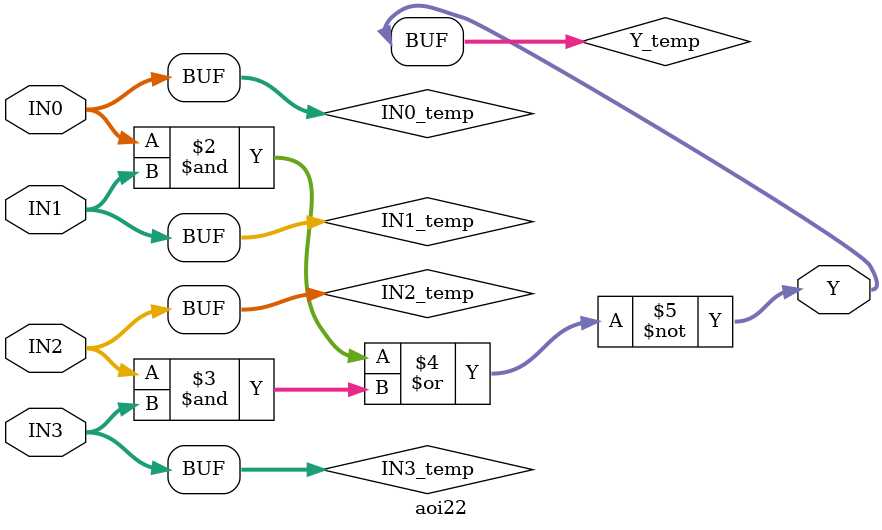
<source format=v>
module aoi22(IN0,IN1,IN2,IN3,Y);
  parameter N = 8;
  parameter DPFLAG = 0;
  parameter GROUP = "std";
  parameter
        d_IN0 = 0,
        d_IN1 = 0,
        d_IN2 = 0,
        d_IN3 = 0,
        d_Y = 1;
  input [(N - 1):0] IN0;
  input [(N - 1):0] IN1;
  input [(N - 1):0] IN2;
  input [(N - 1):0] IN3;
  output [(N - 1):0] Y;
  wire [(N - 1):0] IN0_temp;
  wire [(N - 1):0] IN1_temp;
  wire [(N - 1):0] IN2_temp;
  wire [(N - 1):0] IN3_temp;
  reg [(N - 1):0] Y_temp;
  assign #(d_IN0) IN0_temp = IN0;
  assign #(d_IN1) IN1_temp = IN1;
  assign #(d_IN2) IN2_temp = IN2;
  assign #(d_IN3) IN3_temp = IN3;
  assign #(d_Y) Y = Y_temp;
  initial
    begin
    if((DPFLAG == 1))
      $display("(WARNING) The instance %m of type aoi22 can't be implemented as a data-path cell");
    end
  always
    @(IN0_temp or IN1_temp or IN2_temp or IN3_temp)
      begin
      Y_temp = ( ~ ((IN0_temp & IN1_temp) | (IN2_temp & IN3_temp)));
      end
endmodule

</source>
